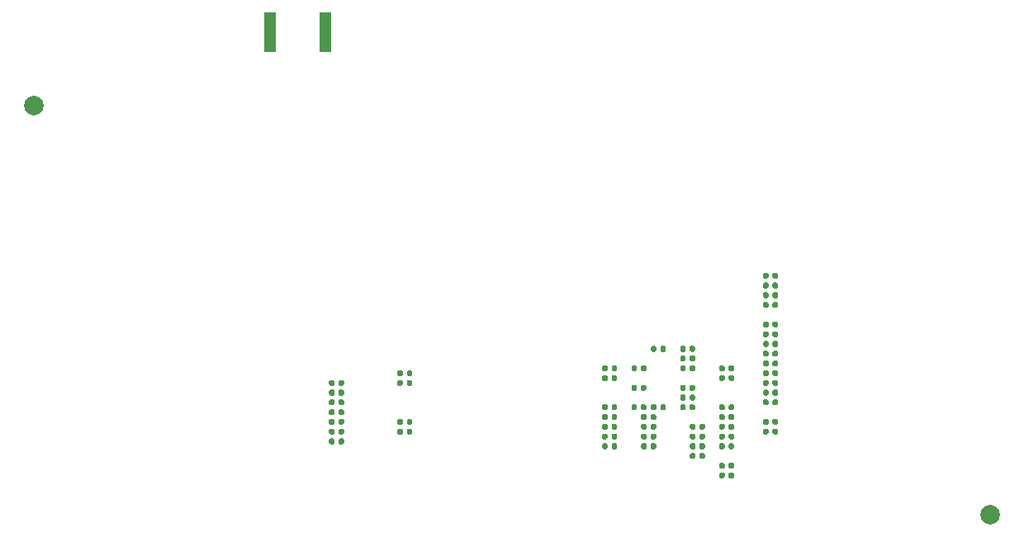
<source format=gbr>
%TF.GenerationSoftware,KiCad,Pcbnew,5.99.0-unknown-40250c4~101~ubuntu18.04.1*%
%TF.CreationDate,2020-06-07T19:24:17+02:00*%
%TF.ProjectId,digitizer_fpga_10b_100MSPS,64696769-7469-47a6-9572-5f667067615f,1.0*%
%TF.SameCoordinates,Original*%
%TF.FileFunction,Paste,Top*%
%TF.FilePolarity,Positive*%
%FSLAX46Y46*%
G04 Gerber Fmt 4.6, Leading zero omitted, Abs format (unit mm)*
G04 Created by KiCad (PCBNEW 5.99.0-unknown-40250c4~101~ubuntu18.04.1) date 2020-06-07 19:24:17*
%MOMM*%
%LPD*%
G01*
G04 APERTURE LIST*
%ADD10C,2.000000*%
%ADD11R,1.296000X4.032000*%
G04 APERTURE END LIST*
D10*
%TO.C,FD8*%
X171000000Y-149060500D03*
%TD*%
%TO.C,FD7*%
X73000000Y-107060500D03*
%TD*%
%TO.C,R81*%
G36*
G01*
X148298200Y-135394900D02*
X148298200Y-135726100D01*
G75*
G02*
X148156600Y-135867700I-141600J0D01*
G01*
X147873400Y-135867700D01*
G75*
G02*
X147731800Y-135726100I0J141600D01*
G01*
X147731800Y-135394900D01*
G75*
G02*
X147873400Y-135253300I141600J0D01*
G01*
X148156600Y-135253300D01*
G75*
G02*
X148298200Y-135394900I0J-141600D01*
G01*
G37*
G36*
G01*
X149268200Y-135394900D02*
X149268200Y-135726100D01*
G75*
G02*
X149126600Y-135867700I-141600J0D01*
G01*
X148843400Y-135867700D01*
G75*
G02*
X148701800Y-135726100I0J141600D01*
G01*
X148701800Y-135394900D01*
G75*
G02*
X148843400Y-135253300I141600J0D01*
G01*
X149126600Y-135253300D01*
G75*
G02*
X149268200Y-135394900I0J-141600D01*
G01*
G37*
%TD*%
%TO.C,C94*%
G36*
G01*
X135201800Y-134226100D02*
X135201800Y-133894900D01*
G75*
G02*
X135343400Y-133753300I141600J0D01*
G01*
X135626600Y-133753300D01*
G75*
G02*
X135768200Y-133894900I0J-141600D01*
G01*
X135768200Y-134226100D01*
G75*
G02*
X135626600Y-134367700I-141600J0D01*
G01*
X135343400Y-134367700D01*
G75*
G02*
X135201800Y-134226100I0J141600D01*
G01*
G37*
G36*
G01*
X134231800Y-134226100D02*
X134231800Y-133894900D01*
G75*
G02*
X134373400Y-133753300I141600J0D01*
G01*
X134656600Y-133753300D01*
G75*
G02*
X134798200Y-133894900I0J-141600D01*
G01*
X134798200Y-134226100D01*
G75*
G02*
X134656600Y-134367700I-141600J0D01*
G01*
X134373400Y-134367700D01*
G75*
G02*
X134231800Y-134226100I0J141600D01*
G01*
G37*
%TD*%
%TO.C,C65*%
G36*
G01*
X104201800Y-136726100D02*
X104201800Y-136394900D01*
G75*
G02*
X104343400Y-136253300I141600J0D01*
G01*
X104626600Y-136253300D01*
G75*
G02*
X104768200Y-136394900I0J-141600D01*
G01*
X104768200Y-136726100D01*
G75*
G02*
X104626600Y-136867700I-141600J0D01*
G01*
X104343400Y-136867700D01*
G75*
G02*
X104201800Y-136726100I0J141600D01*
G01*
G37*
G36*
G01*
X103231800Y-136726100D02*
X103231800Y-136394900D01*
G75*
G02*
X103373400Y-136253300I141600J0D01*
G01*
X103656600Y-136253300D01*
G75*
G02*
X103798200Y-136394900I0J-141600D01*
G01*
X103798200Y-136726100D01*
G75*
G02*
X103656600Y-136867700I-141600J0D01*
G01*
X103373400Y-136867700D01*
G75*
G02*
X103231800Y-136726100I0J141600D01*
G01*
G37*
%TD*%
%TO.C,C64*%
G36*
G01*
X104201800Y-140726100D02*
X104201800Y-140394900D01*
G75*
G02*
X104343400Y-140253300I141600J0D01*
G01*
X104626600Y-140253300D01*
G75*
G02*
X104768200Y-140394900I0J-141600D01*
G01*
X104768200Y-140726100D01*
G75*
G02*
X104626600Y-140867700I-141600J0D01*
G01*
X104343400Y-140867700D01*
G75*
G02*
X104201800Y-140726100I0J141600D01*
G01*
G37*
G36*
G01*
X103231800Y-140726100D02*
X103231800Y-140394900D01*
G75*
G02*
X103373400Y-140253300I141600J0D01*
G01*
X103656600Y-140253300D01*
G75*
G02*
X103798200Y-140394900I0J-141600D01*
G01*
X103798200Y-140726100D01*
G75*
G02*
X103656600Y-140867700I-141600J0D01*
G01*
X103373400Y-140867700D01*
G75*
G02*
X103231800Y-140726100I0J141600D01*
G01*
G37*
%TD*%
%TO.C,C63*%
G36*
G01*
X104201800Y-137726100D02*
X104201800Y-137394900D01*
G75*
G02*
X104343400Y-137253300I141600J0D01*
G01*
X104626600Y-137253300D01*
G75*
G02*
X104768200Y-137394900I0J-141600D01*
G01*
X104768200Y-137726100D01*
G75*
G02*
X104626600Y-137867700I-141600J0D01*
G01*
X104343400Y-137867700D01*
G75*
G02*
X104201800Y-137726100I0J141600D01*
G01*
G37*
G36*
G01*
X103231800Y-137726100D02*
X103231800Y-137394900D01*
G75*
G02*
X103373400Y-137253300I141600J0D01*
G01*
X103656600Y-137253300D01*
G75*
G02*
X103798200Y-137394900I0J-141600D01*
G01*
X103798200Y-137726100D01*
G75*
G02*
X103656600Y-137867700I-141600J0D01*
G01*
X103373400Y-137867700D01*
G75*
G02*
X103231800Y-137726100I0J141600D01*
G01*
G37*
%TD*%
%TO.C,R87*%
G36*
G01*
X143798200Y-143894900D02*
X143798200Y-144226100D01*
G75*
G02*
X143656600Y-144367700I-141600J0D01*
G01*
X143373400Y-144367700D01*
G75*
G02*
X143231800Y-144226100I0J141600D01*
G01*
X143231800Y-143894900D01*
G75*
G02*
X143373400Y-143753300I141600J0D01*
G01*
X143656600Y-143753300D01*
G75*
G02*
X143798200Y-143894900I0J-141600D01*
G01*
G37*
G36*
G01*
X144768200Y-143894900D02*
X144768200Y-144226100D01*
G75*
G02*
X144626600Y-144367700I-141600J0D01*
G01*
X144343400Y-144367700D01*
G75*
G02*
X144201800Y-144226100I0J141600D01*
G01*
X144201800Y-143894900D01*
G75*
G02*
X144343400Y-143753300I141600J0D01*
G01*
X144626600Y-143753300D01*
G75*
G02*
X144768200Y-143894900I0J-141600D01*
G01*
G37*
%TD*%
%TO.C,R86*%
G36*
G01*
X143798200Y-144894900D02*
X143798200Y-145226100D01*
G75*
G02*
X143656600Y-145367700I-141600J0D01*
G01*
X143373400Y-145367700D01*
G75*
G02*
X143231800Y-145226100I0J141600D01*
G01*
X143231800Y-144894900D01*
G75*
G02*
X143373400Y-144753300I141600J0D01*
G01*
X143656600Y-144753300D01*
G75*
G02*
X143798200Y-144894900I0J-141600D01*
G01*
G37*
G36*
G01*
X144768200Y-144894900D02*
X144768200Y-145226100D01*
G75*
G02*
X144626600Y-145367700I-141600J0D01*
G01*
X144343400Y-145367700D01*
G75*
G02*
X144201800Y-145226100I0J141600D01*
G01*
X144201800Y-144894900D01*
G75*
G02*
X144343400Y-144753300I141600J0D01*
G01*
X144626600Y-144753300D01*
G75*
G02*
X144768200Y-144894900I0J-141600D01*
G01*
G37*
%TD*%
%TO.C,R85*%
G36*
G01*
X148298200Y-140394900D02*
X148298200Y-140726100D01*
G75*
G02*
X148156600Y-140867700I-141600J0D01*
G01*
X147873400Y-140867700D01*
G75*
G02*
X147731800Y-140726100I0J141600D01*
G01*
X147731800Y-140394900D01*
G75*
G02*
X147873400Y-140253300I141600J0D01*
G01*
X148156600Y-140253300D01*
G75*
G02*
X148298200Y-140394900I0J-141600D01*
G01*
G37*
G36*
G01*
X149268200Y-140394900D02*
X149268200Y-140726100D01*
G75*
G02*
X149126600Y-140867700I-141600J0D01*
G01*
X148843400Y-140867700D01*
G75*
G02*
X148701800Y-140726100I0J141600D01*
G01*
X148701800Y-140394900D01*
G75*
G02*
X148843400Y-140253300I141600J0D01*
G01*
X149126600Y-140253300D01*
G75*
G02*
X149268200Y-140394900I0J-141600D01*
G01*
G37*
%TD*%
%TO.C,R84*%
G36*
G01*
X148298200Y-139394900D02*
X148298200Y-139726100D01*
G75*
G02*
X148156600Y-139867700I-141600J0D01*
G01*
X147873400Y-139867700D01*
G75*
G02*
X147731800Y-139726100I0J141600D01*
G01*
X147731800Y-139394900D01*
G75*
G02*
X147873400Y-139253300I141600J0D01*
G01*
X148156600Y-139253300D01*
G75*
G02*
X148298200Y-139394900I0J-141600D01*
G01*
G37*
G36*
G01*
X149268200Y-139394900D02*
X149268200Y-139726100D01*
G75*
G02*
X149126600Y-139867700I-141600J0D01*
G01*
X148843400Y-139867700D01*
G75*
G02*
X148701800Y-139726100I0J141600D01*
G01*
X148701800Y-139394900D01*
G75*
G02*
X148843400Y-139253300I141600J0D01*
G01*
X149126600Y-139253300D01*
G75*
G02*
X149268200Y-139394900I0J-141600D01*
G01*
G37*
%TD*%
%TO.C,R83*%
G36*
G01*
X148298200Y-137394900D02*
X148298200Y-137726100D01*
G75*
G02*
X148156600Y-137867700I-141600J0D01*
G01*
X147873400Y-137867700D01*
G75*
G02*
X147731800Y-137726100I0J141600D01*
G01*
X147731800Y-137394900D01*
G75*
G02*
X147873400Y-137253300I141600J0D01*
G01*
X148156600Y-137253300D01*
G75*
G02*
X148298200Y-137394900I0J-141600D01*
G01*
G37*
G36*
G01*
X149268200Y-137394900D02*
X149268200Y-137726100D01*
G75*
G02*
X149126600Y-137867700I-141600J0D01*
G01*
X148843400Y-137867700D01*
G75*
G02*
X148701800Y-137726100I0J141600D01*
G01*
X148701800Y-137394900D01*
G75*
G02*
X148843400Y-137253300I141600J0D01*
G01*
X149126600Y-137253300D01*
G75*
G02*
X149268200Y-137394900I0J-141600D01*
G01*
G37*
%TD*%
%TO.C,R82*%
G36*
G01*
X148298200Y-136394900D02*
X148298200Y-136726100D01*
G75*
G02*
X148156600Y-136867700I-141600J0D01*
G01*
X147873400Y-136867700D01*
G75*
G02*
X147731800Y-136726100I0J141600D01*
G01*
X147731800Y-136394900D01*
G75*
G02*
X147873400Y-136253300I141600J0D01*
G01*
X148156600Y-136253300D01*
G75*
G02*
X148298200Y-136394900I0J-141600D01*
G01*
G37*
G36*
G01*
X149268200Y-136394900D02*
X149268200Y-136726100D01*
G75*
G02*
X149126600Y-136867700I-141600J0D01*
G01*
X148843400Y-136867700D01*
G75*
G02*
X148701800Y-136726100I0J141600D01*
G01*
X148701800Y-136394900D01*
G75*
G02*
X148843400Y-136253300I141600J0D01*
G01*
X149126600Y-136253300D01*
G75*
G02*
X149268200Y-136394900I0J-141600D01*
G01*
G37*
%TD*%
%TO.C,R80*%
G36*
G01*
X148298200Y-134394900D02*
X148298200Y-134726100D01*
G75*
G02*
X148156600Y-134867700I-141600J0D01*
G01*
X147873400Y-134867700D01*
G75*
G02*
X147731800Y-134726100I0J141600D01*
G01*
X147731800Y-134394900D01*
G75*
G02*
X147873400Y-134253300I141600J0D01*
G01*
X148156600Y-134253300D01*
G75*
G02*
X148298200Y-134394900I0J-141600D01*
G01*
G37*
G36*
G01*
X149268200Y-134394900D02*
X149268200Y-134726100D01*
G75*
G02*
X149126600Y-134867700I-141600J0D01*
G01*
X148843400Y-134867700D01*
G75*
G02*
X148701800Y-134726100I0J141600D01*
G01*
X148701800Y-134394900D01*
G75*
G02*
X148843400Y-134253300I141600J0D01*
G01*
X149126600Y-134253300D01*
G75*
G02*
X149268200Y-134394900I0J-141600D01*
G01*
G37*
%TD*%
%TO.C,R79*%
G36*
G01*
X148298200Y-131394900D02*
X148298200Y-131726100D01*
G75*
G02*
X148156600Y-131867700I-141600J0D01*
G01*
X147873400Y-131867700D01*
G75*
G02*
X147731800Y-131726100I0J141600D01*
G01*
X147731800Y-131394900D01*
G75*
G02*
X147873400Y-131253300I141600J0D01*
G01*
X148156600Y-131253300D01*
G75*
G02*
X148298200Y-131394900I0J-141600D01*
G01*
G37*
G36*
G01*
X149268200Y-131394900D02*
X149268200Y-131726100D01*
G75*
G02*
X149126600Y-131867700I-141600J0D01*
G01*
X148843400Y-131867700D01*
G75*
G02*
X148701800Y-131726100I0J141600D01*
G01*
X148701800Y-131394900D01*
G75*
G02*
X148843400Y-131253300I141600J0D01*
G01*
X149126600Y-131253300D01*
G75*
G02*
X149268200Y-131394900I0J-141600D01*
G01*
G37*
%TD*%
%TO.C,R78*%
G36*
G01*
X148298200Y-130394900D02*
X148298200Y-130726100D01*
G75*
G02*
X148156600Y-130867700I-141600J0D01*
G01*
X147873400Y-130867700D01*
G75*
G02*
X147731800Y-130726100I0J141600D01*
G01*
X147731800Y-130394900D01*
G75*
G02*
X147873400Y-130253300I141600J0D01*
G01*
X148156600Y-130253300D01*
G75*
G02*
X148298200Y-130394900I0J-141600D01*
G01*
G37*
G36*
G01*
X149268200Y-130394900D02*
X149268200Y-130726100D01*
G75*
G02*
X149126600Y-130867700I-141600J0D01*
G01*
X148843400Y-130867700D01*
G75*
G02*
X148701800Y-130726100I0J141600D01*
G01*
X148701800Y-130394900D01*
G75*
G02*
X148843400Y-130253300I141600J0D01*
G01*
X149126600Y-130253300D01*
G75*
G02*
X149268200Y-130394900I0J-141600D01*
G01*
G37*
%TD*%
%TO.C,R77*%
G36*
G01*
X148298200Y-129394900D02*
X148298200Y-129726100D01*
G75*
G02*
X148156600Y-129867700I-141600J0D01*
G01*
X147873400Y-129867700D01*
G75*
G02*
X147731800Y-129726100I0J141600D01*
G01*
X147731800Y-129394900D01*
G75*
G02*
X147873400Y-129253300I141600J0D01*
G01*
X148156600Y-129253300D01*
G75*
G02*
X148298200Y-129394900I0J-141600D01*
G01*
G37*
G36*
G01*
X149268200Y-129394900D02*
X149268200Y-129726100D01*
G75*
G02*
X149126600Y-129867700I-141600J0D01*
G01*
X148843400Y-129867700D01*
G75*
G02*
X148701800Y-129726100I0J141600D01*
G01*
X148701800Y-129394900D01*
G75*
G02*
X148843400Y-129253300I141600J0D01*
G01*
X149126600Y-129253300D01*
G75*
G02*
X149268200Y-129394900I0J-141600D01*
G01*
G37*
%TD*%
%TO.C,R76*%
G36*
G01*
X148298200Y-124394900D02*
X148298200Y-124726100D01*
G75*
G02*
X148156600Y-124867700I-141600J0D01*
G01*
X147873400Y-124867700D01*
G75*
G02*
X147731800Y-124726100I0J141600D01*
G01*
X147731800Y-124394900D01*
G75*
G02*
X147873400Y-124253300I141600J0D01*
G01*
X148156600Y-124253300D01*
G75*
G02*
X148298200Y-124394900I0J-141600D01*
G01*
G37*
G36*
G01*
X149268200Y-124394900D02*
X149268200Y-124726100D01*
G75*
G02*
X149126600Y-124867700I-141600J0D01*
G01*
X148843400Y-124867700D01*
G75*
G02*
X148701800Y-124726100I0J141600D01*
G01*
X148701800Y-124394900D01*
G75*
G02*
X148843400Y-124253300I141600J0D01*
G01*
X149126600Y-124253300D01*
G75*
G02*
X149268200Y-124394900I0J-141600D01*
G01*
G37*
%TD*%
%TO.C,R75*%
G36*
G01*
X148298200Y-125394900D02*
X148298200Y-125726100D01*
G75*
G02*
X148156600Y-125867700I-141600J0D01*
G01*
X147873400Y-125867700D01*
G75*
G02*
X147731800Y-125726100I0J141600D01*
G01*
X147731800Y-125394900D01*
G75*
G02*
X147873400Y-125253300I141600J0D01*
G01*
X148156600Y-125253300D01*
G75*
G02*
X148298200Y-125394900I0J-141600D01*
G01*
G37*
G36*
G01*
X149268200Y-125394900D02*
X149268200Y-125726100D01*
G75*
G02*
X149126600Y-125867700I-141600J0D01*
G01*
X148843400Y-125867700D01*
G75*
G02*
X148701800Y-125726100I0J141600D01*
G01*
X148701800Y-125394900D01*
G75*
G02*
X148843400Y-125253300I141600J0D01*
G01*
X149126600Y-125253300D01*
G75*
G02*
X149268200Y-125394900I0J-141600D01*
G01*
G37*
%TD*%
%TO.C,R74*%
G36*
G01*
X148298200Y-126394900D02*
X148298200Y-126726100D01*
G75*
G02*
X148156600Y-126867700I-141600J0D01*
G01*
X147873400Y-126867700D01*
G75*
G02*
X147731800Y-126726100I0J141600D01*
G01*
X147731800Y-126394900D01*
G75*
G02*
X147873400Y-126253300I141600J0D01*
G01*
X148156600Y-126253300D01*
G75*
G02*
X148298200Y-126394900I0J-141600D01*
G01*
G37*
G36*
G01*
X149268200Y-126394900D02*
X149268200Y-126726100D01*
G75*
G02*
X149126600Y-126867700I-141600J0D01*
G01*
X148843400Y-126867700D01*
G75*
G02*
X148701800Y-126726100I0J141600D01*
G01*
X148701800Y-126394900D01*
G75*
G02*
X148843400Y-126253300I141600J0D01*
G01*
X149126600Y-126253300D01*
G75*
G02*
X149268200Y-126394900I0J-141600D01*
G01*
G37*
%TD*%
%TO.C,R73*%
G36*
G01*
X148298200Y-127394900D02*
X148298200Y-127726100D01*
G75*
G02*
X148156600Y-127867700I-141600J0D01*
G01*
X147873400Y-127867700D01*
G75*
G02*
X147731800Y-127726100I0J141600D01*
G01*
X147731800Y-127394900D01*
G75*
G02*
X147873400Y-127253300I141600J0D01*
G01*
X148156600Y-127253300D01*
G75*
G02*
X148298200Y-127394900I0J-141600D01*
G01*
G37*
G36*
G01*
X149268200Y-127394900D02*
X149268200Y-127726100D01*
G75*
G02*
X149126600Y-127867700I-141600J0D01*
G01*
X148843400Y-127867700D01*
G75*
G02*
X148701800Y-127726100I0J141600D01*
G01*
X148701800Y-127394900D01*
G75*
G02*
X148843400Y-127253300I141600J0D01*
G01*
X149126600Y-127253300D01*
G75*
G02*
X149268200Y-127394900I0J-141600D01*
G01*
G37*
%TD*%
%TO.C,R69*%
G36*
G01*
X148701800Y-132726100D02*
X148701800Y-132394900D01*
G75*
G02*
X148843400Y-132253300I141600J0D01*
G01*
X149126600Y-132253300D01*
G75*
G02*
X149268200Y-132394900I0J-141600D01*
G01*
X149268200Y-132726100D01*
G75*
G02*
X149126600Y-132867700I-141600J0D01*
G01*
X148843400Y-132867700D01*
G75*
G02*
X148701800Y-132726100I0J141600D01*
G01*
G37*
G36*
G01*
X147731800Y-132726100D02*
X147731800Y-132394900D01*
G75*
G02*
X147873400Y-132253300I141600J0D01*
G01*
X148156600Y-132253300D01*
G75*
G02*
X148298200Y-132394900I0J-141600D01*
G01*
X148298200Y-132726100D01*
G75*
G02*
X148156600Y-132867700I-141600J0D01*
G01*
X147873400Y-132867700D01*
G75*
G02*
X147731800Y-132726100I0J141600D01*
G01*
G37*
%TD*%
%TO.C,R66*%
G36*
G01*
X148701800Y-133726100D02*
X148701800Y-133394900D01*
G75*
G02*
X148843400Y-133253300I141600J0D01*
G01*
X149126600Y-133253300D01*
G75*
G02*
X149268200Y-133394900I0J-141600D01*
G01*
X149268200Y-133726100D01*
G75*
G02*
X149126600Y-133867700I-141600J0D01*
G01*
X148843400Y-133867700D01*
G75*
G02*
X148701800Y-133726100I0J141600D01*
G01*
G37*
G36*
G01*
X147731800Y-133726100D02*
X147731800Y-133394900D01*
G75*
G02*
X147873400Y-133253300I141600J0D01*
G01*
X148156600Y-133253300D01*
G75*
G02*
X148298200Y-133394900I0J-141600D01*
G01*
X148298200Y-133726100D01*
G75*
G02*
X148156600Y-133867700I-141600J0D01*
G01*
X147873400Y-133867700D01*
G75*
G02*
X147731800Y-133726100I0J141600D01*
G01*
G37*
%TD*%
D11*
%TO.C,J5*%
X102825000Y-99560500D03*
X97175000Y-99560500D03*
%TD*%
%TO.C,C107*%
G36*
G01*
X140201800Y-133226100D02*
X140201800Y-132894900D01*
G75*
G02*
X140343400Y-132753300I141600J0D01*
G01*
X140626600Y-132753300D01*
G75*
G02*
X140768200Y-132894900I0J-141600D01*
G01*
X140768200Y-133226100D01*
G75*
G02*
X140626600Y-133367700I-141600J0D01*
G01*
X140343400Y-133367700D01*
G75*
G02*
X140201800Y-133226100I0J141600D01*
G01*
G37*
G36*
G01*
X139231800Y-133226100D02*
X139231800Y-132894900D01*
G75*
G02*
X139373400Y-132753300I141600J0D01*
G01*
X139656600Y-132753300D01*
G75*
G02*
X139798200Y-132894900I0J-141600D01*
G01*
X139798200Y-133226100D01*
G75*
G02*
X139656600Y-133367700I-141600J0D01*
G01*
X139373400Y-133367700D01*
G75*
G02*
X139231800Y-133226100I0J141600D01*
G01*
G37*
%TD*%
%TO.C,C106*%
G36*
G01*
X139798200Y-136894900D02*
X139798200Y-137226100D01*
G75*
G02*
X139656600Y-137367700I-141600J0D01*
G01*
X139373400Y-137367700D01*
G75*
G02*
X139231800Y-137226100I0J141600D01*
G01*
X139231800Y-136894900D01*
G75*
G02*
X139373400Y-136753300I141600J0D01*
G01*
X139656600Y-136753300D01*
G75*
G02*
X139798200Y-136894900I0J-141600D01*
G01*
G37*
G36*
G01*
X140768200Y-136894900D02*
X140768200Y-137226100D01*
G75*
G02*
X140626600Y-137367700I-141600J0D01*
G01*
X140343400Y-137367700D01*
G75*
G02*
X140201800Y-137226100I0J141600D01*
G01*
X140201800Y-136894900D01*
G75*
G02*
X140343400Y-136753300I141600J0D01*
G01*
X140626600Y-136753300D01*
G75*
G02*
X140768200Y-136894900I0J-141600D01*
G01*
G37*
%TD*%
%TO.C,C105*%
G36*
G01*
X135798200Y-140894900D02*
X135798200Y-141226100D01*
G75*
G02*
X135656600Y-141367700I-141600J0D01*
G01*
X135373400Y-141367700D01*
G75*
G02*
X135231800Y-141226100I0J141600D01*
G01*
X135231800Y-140894900D01*
G75*
G02*
X135373400Y-140753300I141600J0D01*
G01*
X135656600Y-140753300D01*
G75*
G02*
X135798200Y-140894900I0J-141600D01*
G01*
G37*
G36*
G01*
X136768200Y-140894900D02*
X136768200Y-141226100D01*
G75*
G02*
X136626600Y-141367700I-141600J0D01*
G01*
X136343400Y-141367700D01*
G75*
G02*
X136201800Y-141226100I0J141600D01*
G01*
X136201800Y-140894900D01*
G75*
G02*
X136343400Y-140753300I141600J0D01*
G01*
X136626600Y-140753300D01*
G75*
G02*
X136768200Y-140894900I0J-141600D01*
G01*
G37*
%TD*%
%TO.C,C104*%
G36*
G01*
X132201800Y-134226100D02*
X132201800Y-133894900D01*
G75*
G02*
X132343400Y-133753300I141600J0D01*
G01*
X132626600Y-133753300D01*
G75*
G02*
X132768200Y-133894900I0J-141600D01*
G01*
X132768200Y-134226100D01*
G75*
G02*
X132626600Y-134367700I-141600J0D01*
G01*
X132343400Y-134367700D01*
G75*
G02*
X132201800Y-134226100I0J141600D01*
G01*
G37*
G36*
G01*
X131231800Y-134226100D02*
X131231800Y-133894900D01*
G75*
G02*
X131373400Y-133753300I141600J0D01*
G01*
X131656600Y-133753300D01*
G75*
G02*
X131798200Y-133894900I0J-141600D01*
G01*
X131798200Y-134226100D01*
G75*
G02*
X131656600Y-134367700I-141600J0D01*
G01*
X131373400Y-134367700D01*
G75*
G02*
X131231800Y-134226100I0J141600D01*
G01*
G37*
%TD*%
%TO.C,C103*%
G36*
G01*
X143798200Y-140894900D02*
X143798200Y-141226100D01*
G75*
G02*
X143656600Y-141367700I-141600J0D01*
G01*
X143373400Y-141367700D01*
G75*
G02*
X143231800Y-141226100I0J141600D01*
G01*
X143231800Y-140894900D01*
G75*
G02*
X143373400Y-140753300I141600J0D01*
G01*
X143656600Y-140753300D01*
G75*
G02*
X143798200Y-140894900I0J-141600D01*
G01*
G37*
G36*
G01*
X144768200Y-140894900D02*
X144768200Y-141226100D01*
G75*
G02*
X144626600Y-141367700I-141600J0D01*
G01*
X144343400Y-141367700D01*
G75*
G02*
X144201800Y-141226100I0J141600D01*
G01*
X144201800Y-140894900D01*
G75*
G02*
X144343400Y-140753300I141600J0D01*
G01*
X144626600Y-140753300D01*
G75*
G02*
X144768200Y-140894900I0J-141600D01*
G01*
G37*
%TD*%
%TO.C,C102*%
G36*
G01*
X137201800Y-132226100D02*
X137201800Y-131894900D01*
G75*
G02*
X137343400Y-131753300I141600J0D01*
G01*
X137626600Y-131753300D01*
G75*
G02*
X137768200Y-131894900I0J-141600D01*
G01*
X137768200Y-132226100D01*
G75*
G02*
X137626600Y-132367700I-141600J0D01*
G01*
X137343400Y-132367700D01*
G75*
G02*
X137201800Y-132226100I0J141600D01*
G01*
G37*
G36*
G01*
X136231800Y-132226100D02*
X136231800Y-131894900D01*
G75*
G02*
X136373400Y-131753300I141600J0D01*
G01*
X136656600Y-131753300D01*
G75*
G02*
X136798200Y-131894900I0J-141600D01*
G01*
X136798200Y-132226100D01*
G75*
G02*
X136656600Y-132367700I-141600J0D01*
G01*
X136373400Y-132367700D01*
G75*
G02*
X136231800Y-132226100I0J141600D01*
G01*
G37*
%TD*%
%TO.C,C101*%
G36*
G01*
X141201800Y-141226100D02*
X141201800Y-140894900D01*
G75*
G02*
X141343400Y-140753300I141600J0D01*
G01*
X141626600Y-140753300D01*
G75*
G02*
X141768200Y-140894900I0J-141600D01*
G01*
X141768200Y-141226100D01*
G75*
G02*
X141626600Y-141367700I-141600J0D01*
G01*
X141343400Y-141367700D01*
G75*
G02*
X141201800Y-141226100I0J141600D01*
G01*
G37*
G36*
G01*
X140231800Y-141226100D02*
X140231800Y-140894900D01*
G75*
G02*
X140373400Y-140753300I141600J0D01*
G01*
X140656600Y-140753300D01*
G75*
G02*
X140798200Y-140894900I0J-141600D01*
G01*
X140798200Y-141226100D01*
G75*
G02*
X140656600Y-141367700I-141600J0D01*
G01*
X140373400Y-141367700D01*
G75*
G02*
X140231800Y-141226100I0J141600D01*
G01*
G37*
%TD*%
%TO.C,C100*%
G36*
G01*
X132201800Y-138226100D02*
X132201800Y-137894900D01*
G75*
G02*
X132343400Y-137753300I141600J0D01*
G01*
X132626600Y-137753300D01*
G75*
G02*
X132768200Y-137894900I0J-141600D01*
G01*
X132768200Y-138226100D01*
G75*
G02*
X132626600Y-138367700I-141600J0D01*
G01*
X132343400Y-138367700D01*
G75*
G02*
X132201800Y-138226100I0J141600D01*
G01*
G37*
G36*
G01*
X131231800Y-138226100D02*
X131231800Y-137894900D01*
G75*
G02*
X131373400Y-137753300I141600J0D01*
G01*
X131656600Y-137753300D01*
G75*
G02*
X131798200Y-137894900I0J-141600D01*
G01*
X131798200Y-138226100D01*
G75*
G02*
X131656600Y-138367700I-141600J0D01*
G01*
X131373400Y-138367700D01*
G75*
G02*
X131231800Y-138226100I0J141600D01*
G01*
G37*
%TD*%
%TO.C,C99*%
G36*
G01*
X143798200Y-139894900D02*
X143798200Y-140226100D01*
G75*
G02*
X143656600Y-140367700I-141600J0D01*
G01*
X143373400Y-140367700D01*
G75*
G02*
X143231800Y-140226100I0J141600D01*
G01*
X143231800Y-139894900D01*
G75*
G02*
X143373400Y-139753300I141600J0D01*
G01*
X143656600Y-139753300D01*
G75*
G02*
X143798200Y-139894900I0J-141600D01*
G01*
G37*
G36*
G01*
X144768200Y-139894900D02*
X144768200Y-140226100D01*
G75*
G02*
X144626600Y-140367700I-141600J0D01*
G01*
X144343400Y-140367700D01*
G75*
G02*
X144201800Y-140226100I0J141600D01*
G01*
X144201800Y-139894900D01*
G75*
G02*
X144343400Y-139753300I141600J0D01*
G01*
X144626600Y-139753300D01*
G75*
G02*
X144768200Y-139894900I0J-141600D01*
G01*
G37*
%TD*%
%TO.C,C98*%
G36*
G01*
X137201800Y-138226100D02*
X137201800Y-137894900D01*
G75*
G02*
X137343400Y-137753300I141600J0D01*
G01*
X137626600Y-137753300D01*
G75*
G02*
X137768200Y-137894900I0J-141600D01*
G01*
X137768200Y-138226100D01*
G75*
G02*
X137626600Y-138367700I-141600J0D01*
G01*
X137343400Y-138367700D01*
G75*
G02*
X137201800Y-138226100I0J141600D01*
G01*
G37*
G36*
G01*
X136231800Y-138226100D02*
X136231800Y-137894900D01*
G75*
G02*
X136373400Y-137753300I141600J0D01*
G01*
X136656600Y-137753300D01*
G75*
G02*
X136798200Y-137894900I0J-141600D01*
G01*
X136798200Y-138226100D01*
G75*
G02*
X136656600Y-138367700I-141600J0D01*
G01*
X136373400Y-138367700D01*
G75*
G02*
X136231800Y-138226100I0J141600D01*
G01*
G37*
%TD*%
%TO.C,C97*%
G36*
G01*
X135798200Y-139894900D02*
X135798200Y-140226100D01*
G75*
G02*
X135656600Y-140367700I-141600J0D01*
G01*
X135373400Y-140367700D01*
G75*
G02*
X135231800Y-140226100I0J141600D01*
G01*
X135231800Y-139894900D01*
G75*
G02*
X135373400Y-139753300I141600J0D01*
G01*
X135656600Y-139753300D01*
G75*
G02*
X135798200Y-139894900I0J-141600D01*
G01*
G37*
G36*
G01*
X136768200Y-139894900D02*
X136768200Y-140226100D01*
G75*
G02*
X136626600Y-140367700I-141600J0D01*
G01*
X136343400Y-140367700D01*
G75*
G02*
X136201800Y-140226100I0J141600D01*
G01*
X136201800Y-139894900D01*
G75*
G02*
X136343400Y-139753300I141600J0D01*
G01*
X136626600Y-139753300D01*
G75*
G02*
X136768200Y-139894900I0J-141600D01*
G01*
G37*
%TD*%
%TO.C,C96*%
G36*
G01*
X132201800Y-140226100D02*
X132201800Y-139894900D01*
G75*
G02*
X132343400Y-139753300I141600J0D01*
G01*
X132626600Y-139753300D01*
G75*
G02*
X132768200Y-139894900I0J-141600D01*
G01*
X132768200Y-140226100D01*
G75*
G02*
X132626600Y-140367700I-141600J0D01*
G01*
X132343400Y-140367700D01*
G75*
G02*
X132201800Y-140226100I0J141600D01*
G01*
G37*
G36*
G01*
X131231800Y-140226100D02*
X131231800Y-139894900D01*
G75*
G02*
X131373400Y-139753300I141600J0D01*
G01*
X131656600Y-139753300D01*
G75*
G02*
X131798200Y-139894900I0J-141600D01*
G01*
X131798200Y-140226100D01*
G75*
G02*
X131656600Y-140367700I-141600J0D01*
G01*
X131373400Y-140367700D01*
G75*
G02*
X131231800Y-140226100I0J141600D01*
G01*
G37*
%TD*%
%TO.C,C95*%
G36*
G01*
X143798200Y-133894900D02*
X143798200Y-134226100D01*
G75*
G02*
X143656600Y-134367700I-141600J0D01*
G01*
X143373400Y-134367700D01*
G75*
G02*
X143231800Y-134226100I0J141600D01*
G01*
X143231800Y-133894900D01*
G75*
G02*
X143373400Y-133753300I141600J0D01*
G01*
X143656600Y-133753300D01*
G75*
G02*
X143798200Y-133894900I0J-141600D01*
G01*
G37*
G36*
G01*
X144768200Y-133894900D02*
X144768200Y-134226100D01*
G75*
G02*
X144626600Y-134367700I-141600J0D01*
G01*
X144343400Y-134367700D01*
G75*
G02*
X144201800Y-134226100I0J141600D01*
G01*
X144201800Y-133894900D01*
G75*
G02*
X144343400Y-133753300I141600J0D01*
G01*
X144626600Y-133753300D01*
G75*
G02*
X144768200Y-133894900I0J-141600D01*
G01*
G37*
%TD*%
%TO.C,C93*%
G36*
G01*
X139798200Y-133894900D02*
X139798200Y-134226100D01*
G75*
G02*
X139656600Y-134367700I-141600J0D01*
G01*
X139373400Y-134367700D01*
G75*
G02*
X139231800Y-134226100I0J141600D01*
G01*
X139231800Y-133894900D01*
G75*
G02*
X139373400Y-133753300I141600J0D01*
G01*
X139656600Y-133753300D01*
G75*
G02*
X139798200Y-133894900I0J-141600D01*
G01*
G37*
G36*
G01*
X140768200Y-133894900D02*
X140768200Y-134226100D01*
G75*
G02*
X140626600Y-134367700I-141600J0D01*
G01*
X140343400Y-134367700D01*
G75*
G02*
X140201800Y-134226100I0J141600D01*
G01*
X140201800Y-133894900D01*
G75*
G02*
X140343400Y-133753300I141600J0D01*
G01*
X140626600Y-133753300D01*
G75*
G02*
X140768200Y-133894900I0J-141600D01*
G01*
G37*
%TD*%
%TO.C,C92*%
G36*
G01*
X141201800Y-140226100D02*
X141201800Y-139894900D01*
G75*
G02*
X141343400Y-139753300I141600J0D01*
G01*
X141626600Y-139753300D01*
G75*
G02*
X141768200Y-139894900I0J-141600D01*
G01*
X141768200Y-140226100D01*
G75*
G02*
X141626600Y-140367700I-141600J0D01*
G01*
X141343400Y-140367700D01*
G75*
G02*
X141201800Y-140226100I0J141600D01*
G01*
G37*
G36*
G01*
X140231800Y-140226100D02*
X140231800Y-139894900D01*
G75*
G02*
X140373400Y-139753300I141600J0D01*
G01*
X140656600Y-139753300D01*
G75*
G02*
X140798200Y-139894900I0J-141600D01*
G01*
X140798200Y-140226100D01*
G75*
G02*
X140656600Y-140367700I-141600J0D01*
G01*
X140373400Y-140367700D01*
G75*
G02*
X140231800Y-140226100I0J141600D01*
G01*
G37*
%TD*%
%TO.C,C91*%
G36*
G01*
X132201800Y-141226100D02*
X132201800Y-140894900D01*
G75*
G02*
X132343400Y-140753300I141600J0D01*
G01*
X132626600Y-140753300D01*
G75*
G02*
X132768200Y-140894900I0J-141600D01*
G01*
X132768200Y-141226100D01*
G75*
G02*
X132626600Y-141367700I-141600J0D01*
G01*
X132343400Y-141367700D01*
G75*
G02*
X132201800Y-141226100I0J141600D01*
G01*
G37*
G36*
G01*
X131231800Y-141226100D02*
X131231800Y-140894900D01*
G75*
G02*
X131373400Y-140753300I141600J0D01*
G01*
X131656600Y-140753300D01*
G75*
G02*
X131798200Y-140894900I0J-141600D01*
G01*
X131798200Y-141226100D01*
G75*
G02*
X131656600Y-141367700I-141600J0D01*
G01*
X131373400Y-141367700D01*
G75*
G02*
X131231800Y-141226100I0J141600D01*
G01*
G37*
%TD*%
%TO.C,C90*%
G36*
G01*
X143798200Y-137894900D02*
X143798200Y-138226100D01*
G75*
G02*
X143656600Y-138367700I-141600J0D01*
G01*
X143373400Y-138367700D01*
G75*
G02*
X143231800Y-138226100I0J141600D01*
G01*
X143231800Y-137894900D01*
G75*
G02*
X143373400Y-137753300I141600J0D01*
G01*
X143656600Y-137753300D01*
G75*
G02*
X143798200Y-137894900I0J-141600D01*
G01*
G37*
G36*
G01*
X144768200Y-137894900D02*
X144768200Y-138226100D01*
G75*
G02*
X144626600Y-138367700I-141600J0D01*
G01*
X144343400Y-138367700D01*
G75*
G02*
X144201800Y-138226100I0J141600D01*
G01*
X144201800Y-137894900D01*
G75*
G02*
X144343400Y-137753300I141600J0D01*
G01*
X144626600Y-137753300D01*
G75*
G02*
X144768200Y-137894900I0J-141600D01*
G01*
G37*
%TD*%
%TO.C,C89*%
G36*
G01*
X136201800Y-139226100D02*
X136201800Y-138894900D01*
G75*
G02*
X136343400Y-138753300I141600J0D01*
G01*
X136626600Y-138753300D01*
G75*
G02*
X136768200Y-138894900I0J-141600D01*
G01*
X136768200Y-139226100D01*
G75*
G02*
X136626600Y-139367700I-141600J0D01*
G01*
X136343400Y-139367700D01*
G75*
G02*
X136201800Y-139226100I0J141600D01*
G01*
G37*
G36*
G01*
X135231800Y-139226100D02*
X135231800Y-138894900D01*
G75*
G02*
X135373400Y-138753300I141600J0D01*
G01*
X135656600Y-138753300D01*
G75*
G02*
X135798200Y-138894900I0J-141600D01*
G01*
X135798200Y-139226100D01*
G75*
G02*
X135656600Y-139367700I-141600J0D01*
G01*
X135373400Y-139367700D01*
G75*
G02*
X135231800Y-139226100I0J141600D01*
G01*
G37*
%TD*%
%TO.C,C88*%
G36*
G01*
X140201800Y-136226100D02*
X140201800Y-135894900D01*
G75*
G02*
X140343400Y-135753300I141600J0D01*
G01*
X140626600Y-135753300D01*
G75*
G02*
X140768200Y-135894900I0J-141600D01*
G01*
X140768200Y-136226100D01*
G75*
G02*
X140626600Y-136367700I-141600J0D01*
G01*
X140343400Y-136367700D01*
G75*
G02*
X140201800Y-136226100I0J141600D01*
G01*
G37*
G36*
G01*
X139231800Y-136226100D02*
X139231800Y-135894900D01*
G75*
G02*
X139373400Y-135753300I141600J0D01*
G01*
X139656600Y-135753300D01*
G75*
G02*
X139798200Y-135894900I0J-141600D01*
G01*
X139798200Y-136226100D01*
G75*
G02*
X139656600Y-136367700I-141600J0D01*
G01*
X139373400Y-136367700D01*
G75*
G02*
X139231800Y-136226100I0J141600D01*
G01*
G37*
%TD*%
%TO.C,C87*%
G36*
G01*
X135798200Y-141894900D02*
X135798200Y-142226100D01*
G75*
G02*
X135656600Y-142367700I-141600J0D01*
G01*
X135373400Y-142367700D01*
G75*
G02*
X135231800Y-142226100I0J141600D01*
G01*
X135231800Y-141894900D01*
G75*
G02*
X135373400Y-141753300I141600J0D01*
G01*
X135656600Y-141753300D01*
G75*
G02*
X135798200Y-141894900I0J-141600D01*
G01*
G37*
G36*
G01*
X136768200Y-141894900D02*
X136768200Y-142226100D01*
G75*
G02*
X136626600Y-142367700I-141600J0D01*
G01*
X136343400Y-142367700D01*
G75*
G02*
X136201800Y-142226100I0J141600D01*
G01*
X136201800Y-141894900D01*
G75*
G02*
X136343400Y-141753300I141600J0D01*
G01*
X136626600Y-141753300D01*
G75*
G02*
X136768200Y-141894900I0J-141600D01*
G01*
G37*
%TD*%
%TO.C,C86*%
G36*
G01*
X132201800Y-139226100D02*
X132201800Y-138894900D01*
G75*
G02*
X132343400Y-138753300I141600J0D01*
G01*
X132626600Y-138753300D01*
G75*
G02*
X132768200Y-138894900I0J-141600D01*
G01*
X132768200Y-139226100D01*
G75*
G02*
X132626600Y-139367700I-141600J0D01*
G01*
X132343400Y-139367700D01*
G75*
G02*
X132201800Y-139226100I0J141600D01*
G01*
G37*
G36*
G01*
X131231800Y-139226100D02*
X131231800Y-138894900D01*
G75*
G02*
X131373400Y-138753300I141600J0D01*
G01*
X131656600Y-138753300D01*
G75*
G02*
X131798200Y-138894900I0J-141600D01*
G01*
X131798200Y-139226100D01*
G75*
G02*
X131656600Y-139367700I-141600J0D01*
G01*
X131373400Y-139367700D01*
G75*
G02*
X131231800Y-139226100I0J141600D01*
G01*
G37*
%TD*%
%TO.C,C85*%
G36*
G01*
X143798200Y-138894900D02*
X143798200Y-139226100D01*
G75*
G02*
X143656600Y-139367700I-141600J0D01*
G01*
X143373400Y-139367700D01*
G75*
G02*
X143231800Y-139226100I0J141600D01*
G01*
X143231800Y-138894900D01*
G75*
G02*
X143373400Y-138753300I141600J0D01*
G01*
X143656600Y-138753300D01*
G75*
G02*
X143798200Y-138894900I0J-141600D01*
G01*
G37*
G36*
G01*
X144768200Y-138894900D02*
X144768200Y-139226100D01*
G75*
G02*
X144626600Y-139367700I-141600J0D01*
G01*
X144343400Y-139367700D01*
G75*
G02*
X144201800Y-139226100I0J141600D01*
G01*
X144201800Y-138894900D01*
G75*
G02*
X144343400Y-138753300I141600J0D01*
G01*
X144626600Y-138753300D01*
G75*
G02*
X144768200Y-138894900I0J-141600D01*
G01*
G37*
%TD*%
%TO.C,C83*%
G36*
G01*
X135201800Y-136226100D02*
X135201800Y-135894900D01*
G75*
G02*
X135343400Y-135753300I141600J0D01*
G01*
X135626600Y-135753300D01*
G75*
G02*
X135768200Y-135894900I0J-141600D01*
G01*
X135768200Y-136226100D01*
G75*
G02*
X135626600Y-136367700I-141600J0D01*
G01*
X135343400Y-136367700D01*
G75*
G02*
X135201800Y-136226100I0J141600D01*
G01*
G37*
G36*
G01*
X134231800Y-136226100D02*
X134231800Y-135894900D01*
G75*
G02*
X134373400Y-135753300I141600J0D01*
G01*
X134656600Y-135753300D01*
G75*
G02*
X134798200Y-135894900I0J-141600D01*
G01*
X134798200Y-136226100D01*
G75*
G02*
X134656600Y-136367700I-141600J0D01*
G01*
X134373400Y-136367700D01*
G75*
G02*
X134231800Y-136226100I0J141600D01*
G01*
G37*
%TD*%
%TO.C,C82*%
G36*
G01*
X139798200Y-131894900D02*
X139798200Y-132226100D01*
G75*
G02*
X139656600Y-132367700I-141600J0D01*
G01*
X139373400Y-132367700D01*
G75*
G02*
X139231800Y-132226100I0J141600D01*
G01*
X139231800Y-131894900D01*
G75*
G02*
X139373400Y-131753300I141600J0D01*
G01*
X139656600Y-131753300D01*
G75*
G02*
X139798200Y-131894900I0J-141600D01*
G01*
G37*
G36*
G01*
X140768200Y-131894900D02*
X140768200Y-132226100D01*
G75*
G02*
X140626600Y-132367700I-141600J0D01*
G01*
X140343400Y-132367700D01*
G75*
G02*
X140201800Y-132226100I0J141600D01*
G01*
X140201800Y-131894900D01*
G75*
G02*
X140343400Y-131753300I141600J0D01*
G01*
X140626600Y-131753300D01*
G75*
G02*
X140768200Y-131894900I0J-141600D01*
G01*
G37*
%TD*%
%TO.C,C81*%
G36*
G01*
X141201800Y-142226100D02*
X141201800Y-141894900D01*
G75*
G02*
X141343400Y-141753300I141600J0D01*
G01*
X141626600Y-141753300D01*
G75*
G02*
X141768200Y-141894900I0J-141600D01*
G01*
X141768200Y-142226100D01*
G75*
G02*
X141626600Y-142367700I-141600J0D01*
G01*
X141343400Y-142367700D01*
G75*
G02*
X141201800Y-142226100I0J141600D01*
G01*
G37*
G36*
G01*
X140231800Y-142226100D02*
X140231800Y-141894900D01*
G75*
G02*
X140373400Y-141753300I141600J0D01*
G01*
X140656600Y-141753300D01*
G75*
G02*
X140798200Y-141894900I0J-141600D01*
G01*
X140798200Y-142226100D01*
G75*
G02*
X140656600Y-142367700I-141600J0D01*
G01*
X140373400Y-142367700D01*
G75*
G02*
X140231800Y-142226100I0J141600D01*
G01*
G37*
%TD*%
%TO.C,C80*%
G36*
G01*
X132201800Y-135226100D02*
X132201800Y-134894900D01*
G75*
G02*
X132343400Y-134753300I141600J0D01*
G01*
X132626600Y-134753300D01*
G75*
G02*
X132768200Y-134894900I0J-141600D01*
G01*
X132768200Y-135226100D01*
G75*
G02*
X132626600Y-135367700I-141600J0D01*
G01*
X132343400Y-135367700D01*
G75*
G02*
X132201800Y-135226100I0J141600D01*
G01*
G37*
G36*
G01*
X131231800Y-135226100D02*
X131231800Y-134894900D01*
G75*
G02*
X131373400Y-134753300I141600J0D01*
G01*
X131656600Y-134753300D01*
G75*
G02*
X131798200Y-134894900I0J-141600D01*
G01*
X131798200Y-135226100D01*
G75*
G02*
X131656600Y-135367700I-141600J0D01*
G01*
X131373400Y-135367700D01*
G75*
G02*
X131231800Y-135226100I0J141600D01*
G01*
G37*
%TD*%
%TO.C,C79*%
G36*
G01*
X143798200Y-134894900D02*
X143798200Y-135226100D01*
G75*
G02*
X143656600Y-135367700I-141600J0D01*
G01*
X143373400Y-135367700D01*
G75*
G02*
X143231800Y-135226100I0J141600D01*
G01*
X143231800Y-134894900D01*
G75*
G02*
X143373400Y-134753300I141600J0D01*
G01*
X143656600Y-134753300D01*
G75*
G02*
X143798200Y-134894900I0J-141600D01*
G01*
G37*
G36*
G01*
X144768200Y-134894900D02*
X144768200Y-135226100D01*
G75*
G02*
X144626600Y-135367700I-141600J0D01*
G01*
X144343400Y-135367700D01*
G75*
G02*
X144201800Y-135226100I0J141600D01*
G01*
X144201800Y-134894900D01*
G75*
G02*
X144343400Y-134753300I141600J0D01*
G01*
X144626600Y-134753300D01*
G75*
G02*
X144768200Y-134894900I0J-141600D01*
G01*
G37*
%TD*%
%TO.C,C77*%
G36*
G01*
X135201800Y-138226100D02*
X135201800Y-137894900D01*
G75*
G02*
X135343400Y-137753300I141600J0D01*
G01*
X135626600Y-137753300D01*
G75*
G02*
X135768200Y-137894900I0J-141600D01*
G01*
X135768200Y-138226100D01*
G75*
G02*
X135626600Y-138367700I-141600J0D01*
G01*
X135343400Y-138367700D01*
G75*
G02*
X135201800Y-138226100I0J141600D01*
G01*
G37*
G36*
G01*
X134231800Y-138226100D02*
X134231800Y-137894900D01*
G75*
G02*
X134373400Y-137753300I141600J0D01*
G01*
X134656600Y-137753300D01*
G75*
G02*
X134798200Y-137894900I0J-141600D01*
G01*
X134798200Y-138226100D01*
G75*
G02*
X134656600Y-138367700I-141600J0D01*
G01*
X134373400Y-138367700D01*
G75*
G02*
X134231800Y-138226100I0J141600D01*
G01*
G37*
%TD*%
%TO.C,C76*%
G36*
G01*
X139798200Y-137894900D02*
X139798200Y-138226100D01*
G75*
G02*
X139656600Y-138367700I-141600J0D01*
G01*
X139373400Y-138367700D01*
G75*
G02*
X139231800Y-138226100I0J141600D01*
G01*
X139231800Y-137894900D01*
G75*
G02*
X139373400Y-137753300I141600J0D01*
G01*
X139656600Y-137753300D01*
G75*
G02*
X139798200Y-137894900I0J-141600D01*
G01*
G37*
G36*
G01*
X140768200Y-137894900D02*
X140768200Y-138226100D01*
G75*
G02*
X140626600Y-138367700I-141600J0D01*
G01*
X140343400Y-138367700D01*
G75*
G02*
X140201800Y-138226100I0J141600D01*
G01*
X140201800Y-137894900D01*
G75*
G02*
X140343400Y-137753300I141600J0D01*
G01*
X140626600Y-137753300D01*
G75*
G02*
X140768200Y-137894900I0J-141600D01*
G01*
G37*
%TD*%
%TO.C,C75*%
G36*
G01*
X141201800Y-143226100D02*
X141201800Y-142894900D01*
G75*
G02*
X141343400Y-142753300I141600J0D01*
G01*
X141626600Y-142753300D01*
G75*
G02*
X141768200Y-142894900I0J-141600D01*
G01*
X141768200Y-143226100D01*
G75*
G02*
X141626600Y-143367700I-141600J0D01*
G01*
X141343400Y-143367700D01*
G75*
G02*
X141201800Y-143226100I0J141600D01*
G01*
G37*
G36*
G01*
X140231800Y-143226100D02*
X140231800Y-142894900D01*
G75*
G02*
X140373400Y-142753300I141600J0D01*
G01*
X140656600Y-142753300D01*
G75*
G02*
X140798200Y-142894900I0J-141600D01*
G01*
X140798200Y-143226100D01*
G75*
G02*
X140656600Y-143367700I-141600J0D01*
G01*
X140373400Y-143367700D01*
G75*
G02*
X140231800Y-143226100I0J141600D01*
G01*
G37*
%TD*%
%TO.C,C74*%
G36*
G01*
X132201800Y-142226100D02*
X132201800Y-141894900D01*
G75*
G02*
X132343400Y-141753300I141600J0D01*
G01*
X132626600Y-141753300D01*
G75*
G02*
X132768200Y-141894900I0J-141600D01*
G01*
X132768200Y-142226100D01*
G75*
G02*
X132626600Y-142367700I-141600J0D01*
G01*
X132343400Y-142367700D01*
G75*
G02*
X132201800Y-142226100I0J141600D01*
G01*
G37*
G36*
G01*
X131231800Y-142226100D02*
X131231800Y-141894900D01*
G75*
G02*
X131373400Y-141753300I141600J0D01*
G01*
X131656600Y-141753300D01*
G75*
G02*
X131798200Y-141894900I0J-141600D01*
G01*
X131798200Y-142226100D01*
G75*
G02*
X131656600Y-142367700I-141600J0D01*
G01*
X131373400Y-142367700D01*
G75*
G02*
X131231800Y-142226100I0J141600D01*
G01*
G37*
%TD*%
%TO.C,C73*%
G36*
G01*
X143798200Y-141894900D02*
X143798200Y-142226100D01*
G75*
G02*
X143656600Y-142367700I-141600J0D01*
G01*
X143373400Y-142367700D01*
G75*
G02*
X143231800Y-142226100I0J141600D01*
G01*
X143231800Y-141894900D01*
G75*
G02*
X143373400Y-141753300I141600J0D01*
G01*
X143656600Y-141753300D01*
G75*
G02*
X143798200Y-141894900I0J-141600D01*
G01*
G37*
G36*
G01*
X144768200Y-141894900D02*
X144768200Y-142226100D01*
G75*
G02*
X144626600Y-142367700I-141600J0D01*
G01*
X144343400Y-142367700D01*
G75*
G02*
X144201800Y-142226100I0J141600D01*
G01*
X144201800Y-141894900D01*
G75*
G02*
X144343400Y-141753300I141600J0D01*
G01*
X144626600Y-141753300D01*
G75*
G02*
X144768200Y-141894900I0J-141600D01*
G01*
G37*
%TD*%
%TO.C,C72*%
G36*
G01*
X104201800Y-138726100D02*
X104201800Y-138394900D01*
G75*
G02*
X104343400Y-138253300I141600J0D01*
G01*
X104626600Y-138253300D01*
G75*
G02*
X104768200Y-138394900I0J-141600D01*
G01*
X104768200Y-138726100D01*
G75*
G02*
X104626600Y-138867700I-141600J0D01*
G01*
X104343400Y-138867700D01*
G75*
G02*
X104201800Y-138726100I0J141600D01*
G01*
G37*
G36*
G01*
X103231800Y-138726100D02*
X103231800Y-138394900D01*
G75*
G02*
X103373400Y-138253300I141600J0D01*
G01*
X103656600Y-138253300D01*
G75*
G02*
X103798200Y-138394900I0J-141600D01*
G01*
X103798200Y-138726100D01*
G75*
G02*
X103656600Y-138867700I-141600J0D01*
G01*
X103373400Y-138867700D01*
G75*
G02*
X103231800Y-138726100I0J141600D01*
G01*
G37*
%TD*%
%TO.C,C71*%
G36*
G01*
X111201800Y-139726100D02*
X111201800Y-139394900D01*
G75*
G02*
X111343400Y-139253300I141600J0D01*
G01*
X111626600Y-139253300D01*
G75*
G02*
X111768200Y-139394900I0J-141600D01*
G01*
X111768200Y-139726100D01*
G75*
G02*
X111626600Y-139867700I-141600J0D01*
G01*
X111343400Y-139867700D01*
G75*
G02*
X111201800Y-139726100I0J141600D01*
G01*
G37*
G36*
G01*
X110231800Y-139726100D02*
X110231800Y-139394900D01*
G75*
G02*
X110373400Y-139253300I141600J0D01*
G01*
X110656600Y-139253300D01*
G75*
G02*
X110798200Y-139394900I0J-141600D01*
G01*
X110798200Y-139726100D01*
G75*
G02*
X110656600Y-139867700I-141600J0D01*
G01*
X110373400Y-139867700D01*
G75*
G02*
X110231800Y-139726100I0J141600D01*
G01*
G37*
%TD*%
%TO.C,C70*%
G36*
G01*
X104201800Y-139726100D02*
X104201800Y-139394900D01*
G75*
G02*
X104343400Y-139253300I141600J0D01*
G01*
X104626600Y-139253300D01*
G75*
G02*
X104768200Y-139394900I0J-141600D01*
G01*
X104768200Y-139726100D01*
G75*
G02*
X104626600Y-139867700I-141600J0D01*
G01*
X104343400Y-139867700D01*
G75*
G02*
X104201800Y-139726100I0J141600D01*
G01*
G37*
G36*
G01*
X103231800Y-139726100D02*
X103231800Y-139394900D01*
G75*
G02*
X103373400Y-139253300I141600J0D01*
G01*
X103656600Y-139253300D01*
G75*
G02*
X103798200Y-139394900I0J-141600D01*
G01*
X103798200Y-139726100D01*
G75*
G02*
X103656600Y-139867700I-141600J0D01*
G01*
X103373400Y-139867700D01*
G75*
G02*
X103231800Y-139726100I0J141600D01*
G01*
G37*
%TD*%
%TO.C,C69*%
G36*
G01*
X111201800Y-134726100D02*
X111201800Y-134394900D01*
G75*
G02*
X111343400Y-134253300I141600J0D01*
G01*
X111626600Y-134253300D01*
G75*
G02*
X111768200Y-134394900I0J-141600D01*
G01*
X111768200Y-134726100D01*
G75*
G02*
X111626600Y-134867700I-141600J0D01*
G01*
X111343400Y-134867700D01*
G75*
G02*
X111201800Y-134726100I0J141600D01*
G01*
G37*
G36*
G01*
X110231800Y-134726100D02*
X110231800Y-134394900D01*
G75*
G02*
X110373400Y-134253300I141600J0D01*
G01*
X110656600Y-134253300D01*
G75*
G02*
X110798200Y-134394900I0J-141600D01*
G01*
X110798200Y-134726100D01*
G75*
G02*
X110656600Y-134867700I-141600J0D01*
G01*
X110373400Y-134867700D01*
G75*
G02*
X110231800Y-134726100I0J141600D01*
G01*
G37*
%TD*%
%TO.C,C68*%
G36*
G01*
X111201800Y-140726100D02*
X111201800Y-140394900D01*
G75*
G02*
X111343400Y-140253300I141600J0D01*
G01*
X111626600Y-140253300D01*
G75*
G02*
X111768200Y-140394900I0J-141600D01*
G01*
X111768200Y-140726100D01*
G75*
G02*
X111626600Y-140867700I-141600J0D01*
G01*
X111343400Y-140867700D01*
G75*
G02*
X111201800Y-140726100I0J141600D01*
G01*
G37*
G36*
G01*
X110231800Y-140726100D02*
X110231800Y-140394900D01*
G75*
G02*
X110373400Y-140253300I141600J0D01*
G01*
X110656600Y-140253300D01*
G75*
G02*
X110798200Y-140394900I0J-141600D01*
G01*
X110798200Y-140726100D01*
G75*
G02*
X110656600Y-140867700I-141600J0D01*
G01*
X110373400Y-140867700D01*
G75*
G02*
X110231800Y-140726100I0J141600D01*
G01*
G37*
%TD*%
%TO.C,C67*%
G36*
G01*
X104201800Y-135726100D02*
X104201800Y-135394900D01*
G75*
G02*
X104343400Y-135253300I141600J0D01*
G01*
X104626600Y-135253300D01*
G75*
G02*
X104768200Y-135394900I0J-141600D01*
G01*
X104768200Y-135726100D01*
G75*
G02*
X104626600Y-135867700I-141600J0D01*
G01*
X104343400Y-135867700D01*
G75*
G02*
X104201800Y-135726100I0J141600D01*
G01*
G37*
G36*
G01*
X103231800Y-135726100D02*
X103231800Y-135394900D01*
G75*
G02*
X103373400Y-135253300I141600J0D01*
G01*
X103656600Y-135253300D01*
G75*
G02*
X103798200Y-135394900I0J-141600D01*
G01*
X103798200Y-135726100D01*
G75*
G02*
X103656600Y-135867700I-141600J0D01*
G01*
X103373400Y-135867700D01*
G75*
G02*
X103231800Y-135726100I0J141600D01*
G01*
G37*
%TD*%
%TO.C,C66*%
G36*
G01*
X111201800Y-135726100D02*
X111201800Y-135394900D01*
G75*
G02*
X111343400Y-135253300I141600J0D01*
G01*
X111626600Y-135253300D01*
G75*
G02*
X111768200Y-135394900I0J-141600D01*
G01*
X111768200Y-135726100D01*
G75*
G02*
X111626600Y-135867700I-141600J0D01*
G01*
X111343400Y-135867700D01*
G75*
G02*
X111201800Y-135726100I0J141600D01*
G01*
G37*
G36*
G01*
X110231800Y-135726100D02*
X110231800Y-135394900D01*
G75*
G02*
X110373400Y-135253300I141600J0D01*
G01*
X110656600Y-135253300D01*
G75*
G02*
X110798200Y-135394900I0J-141600D01*
G01*
X110798200Y-135726100D01*
G75*
G02*
X110656600Y-135867700I-141600J0D01*
G01*
X110373400Y-135867700D01*
G75*
G02*
X110231800Y-135726100I0J141600D01*
G01*
G37*
%TD*%
%TO.C,C62*%
G36*
G01*
X104201800Y-141726100D02*
X104201800Y-141394900D01*
G75*
G02*
X104343400Y-141253300I141600J0D01*
G01*
X104626600Y-141253300D01*
G75*
G02*
X104768200Y-141394900I0J-141600D01*
G01*
X104768200Y-141726100D01*
G75*
G02*
X104626600Y-141867700I-141600J0D01*
G01*
X104343400Y-141867700D01*
G75*
G02*
X104201800Y-141726100I0J141600D01*
G01*
G37*
G36*
G01*
X103231800Y-141726100D02*
X103231800Y-141394900D01*
G75*
G02*
X103373400Y-141253300I141600J0D01*
G01*
X103656600Y-141253300D01*
G75*
G02*
X103798200Y-141394900I0J-141600D01*
G01*
X103798200Y-141726100D01*
G75*
G02*
X103656600Y-141867700I-141600J0D01*
G01*
X103373400Y-141867700D01*
G75*
G02*
X103231800Y-141726100I0J141600D01*
G01*
G37*
%TD*%
M02*

</source>
